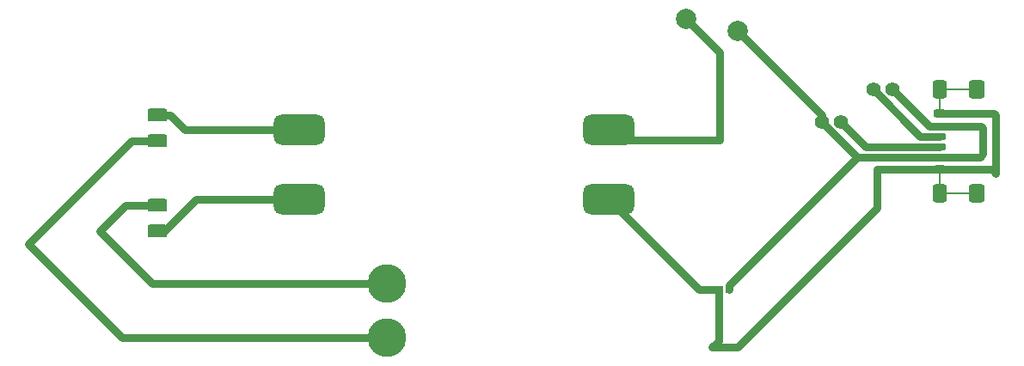
<source format=gbr>
%TF.GenerationSoftware,KiCad,Pcbnew,9.0.5*%
%TF.CreationDate,2025-10-26T09:27:43-06:00*%
%TF.ProjectId,powerBank,706f7765-7242-4616-9e6b-2e6b69636164,rev?*%
%TF.SameCoordinates,Original*%
%TF.FileFunction,Copper,L1,Top*%
%TF.FilePolarity,Positive*%
%FSLAX46Y46*%
G04 Gerber Fmt 4.6, Leading zero omitted, Abs format (unit mm)*
G04 Created by KiCad (PCBNEW 9.0.5) date 2025-10-26 09:27:43*
%MOMM*%
%LPD*%
G01*
G04 APERTURE LIST*
G04 Aperture macros list*
%AMRoundRect*
0 Rectangle with rounded corners*
0 $1 Rounding radius*
0 $2 $3 $4 $5 $6 $7 $8 $9 X,Y pos of 4 corners*
0 Add a 4 corners polygon primitive as box body*
4,1,4,$2,$3,$4,$5,$6,$7,$8,$9,$2,$3,0*
0 Add four circle primitives for the rounded corners*
1,1,$1+$1,$2,$3*
1,1,$1+$1,$4,$5*
1,1,$1+$1,$6,$7*
1,1,$1+$1,$8,$9*
0 Add four rect primitives between the rounded corners*
20,1,$1+$1,$2,$3,$4,$5,0*
20,1,$1+$1,$4,$5,$6,$7,0*
20,1,$1+$1,$6,$7,$8,$9,0*
20,1,$1+$1,$8,$9,$2,$3,0*%
G04 Aperture macros list end*
%TA.AperFunction,SMDPad,CuDef*%
%ADD10RoundRect,0.175000X0.425000X-0.175000X0.425000X0.175000X-0.425000X0.175000X-0.425000X-0.175000X0*%
%TD*%
%TA.AperFunction,SMDPad,CuDef*%
%ADD11RoundRect,0.190000X-0.410000X0.190000X-0.410000X-0.190000X0.410000X-0.190000X0.410000X0.190000X0*%
%TD*%
%TA.AperFunction,SMDPad,CuDef*%
%ADD12RoundRect,0.200000X-0.400000X0.200000X-0.400000X-0.200000X0.400000X-0.200000X0.400000X0.200000X0*%
%TD*%
%TA.AperFunction,SMDPad,CuDef*%
%ADD13RoundRect,0.175000X-0.425000X0.175000X-0.425000X-0.175000X0.425000X-0.175000X0.425000X0.175000X0*%
%TD*%
%TA.AperFunction,SMDPad,CuDef*%
%ADD14RoundRect,0.190000X0.410000X-0.190000X0.410000X0.190000X-0.410000X0.190000X-0.410000X-0.190000X0*%
%TD*%
%TA.AperFunction,SMDPad,CuDef*%
%ADD15RoundRect,0.200000X0.400000X-0.200000X0.400000X0.200000X-0.400000X0.200000X-0.400000X-0.200000X0*%
%TD*%
%TA.AperFunction,SMDPad,CuDef*%
%ADD16RoundRect,0.250000X0.425000X-0.650000X0.425000X0.650000X-0.425000X0.650000X-0.425000X-0.650000X0*%
%TD*%
%TA.AperFunction,SMDPad,CuDef*%
%ADD17RoundRect,0.250000X0.500000X-0.650000X0.500000X0.650000X-0.500000X0.650000X-0.500000X-0.650000X0*%
%TD*%
%TA.AperFunction,ComponentPad*%
%ADD18RoundRect,0.190500X0.762000X0.444500X-0.762000X0.444500X-0.762000X-0.444500X0.762000X-0.444500X0*%
%TD*%
%TA.AperFunction,ComponentPad*%
%ADD19C,1.400000*%
%TD*%
%TA.AperFunction,ComponentPad*%
%ADD20RoundRect,0.750000X-1.750000X-0.750000X1.750000X-0.750000X1.750000X0.750000X-1.750000X0.750000X0*%
%TD*%
%TA.AperFunction,ComponentPad*%
%ADD21C,3.800000*%
%TD*%
%TA.AperFunction,SMDPad,CuDef*%
%ADD22RoundRect,0.075000X-0.390000X-0.275000X0.390000X-0.275000X0.390000X0.275000X-0.390000X0.275000X0*%
%TD*%
%TA.AperFunction,SMDPad,CuDef*%
%ADD23RoundRect,0.075000X-0.075000X-0.275000X0.075000X-0.275000X0.075000X0.275000X-0.075000X0.275000X0*%
%TD*%
%TA.AperFunction,ComponentPad*%
%ADD24C,2.010000*%
%TD*%
%TA.AperFunction,Conductor*%
%ADD25C,0.800000*%
%TD*%
%TA.AperFunction,Conductor*%
%ADD26C,0.200000*%
%TD*%
G04 APERTURE END LIST*
D10*
%TO.P,J2,A5,CC1*%
%TO.N,Net-(J2-CC1)*%
X189405000Y-66585000D03*
D11*
%TO.P,J2,A9,VBUS*%
%TO.N,Net-(D1-A)*%
X189405000Y-64565000D03*
D12*
%TO.P,J2,A12,GND*%
%TO.N,Net-(D1-K)*%
X189405000Y-63335000D03*
D13*
%TO.P,J2,B5,CC2*%
%TO.N,Net-(J2-CC2)*%
X189405000Y-65585000D03*
D14*
%TO.P,J2,B9,VBUS*%
%TO.N,Net-(D1-A)*%
X189405000Y-67605000D03*
D15*
%TO.P,J2,B12,GND*%
%TO.N,Net-(D1-K)*%
X189405000Y-68835000D03*
D16*
%TO.P,J2,S1,SHIELD*%
X189460000Y-71210000D03*
D17*
X193040000Y-71210000D03*
D16*
X189460000Y-60960000D03*
D17*
X193040000Y-60960000D03*
%TD*%
D18*
%TO.P,U1,1,out+*%
%TO.N,Net-(U1-out+)*%
X112395000Y-74930000D03*
%TO.P,U1,2,b+*%
%TO.N,Net-(U1-b+)*%
X112395000Y-72390000D03*
%TO.P,U1,3,b-*%
%TO.N,Net-(U1-b-)*%
X112395000Y-66040000D03*
%TO.P,U1,4,out-*%
%TO.N,Net-(U1-out-)*%
X112395000Y-63500000D03*
%TD*%
D19*
%TO.P,R1,1*%
%TO.N,Net-(D1-A)*%
X177800000Y-64135000D03*
%TO.P,R1,2*%
%TO.N,Net-(J2-CC1)*%
X179700000Y-64135000D03*
%TD*%
D20*
%TO.P,U2,1,vout+*%
%TO.N,Net-(U1-out+)*%
X126345000Y-71755000D03*
%TO.P,U2,2,vout-*%
%TO.N,Net-(U1-out-)*%
X126345000Y-64955000D03*
%TO.P,U2,3,vin+*%
%TO.N,Net-(U2-vin+)*%
X156845000Y-64955000D03*
%TO.P,U2,4,vin-*%
%TO.N,Net-(D1-K)*%
X156845000Y-71755000D03*
%TD*%
D21*
%TO.P,H1,1,1*%
%TO.N,Net-(U1-b+)*%
X134980000Y-80090000D03*
%TD*%
D19*
%TO.P,R2,1*%
%TO.N,Net-(J2-CC2)*%
X182880000Y-60960000D03*
%TO.P,R2,2*%
%TO.N,Net-(D1-A)*%
X184780000Y-60960000D03*
%TD*%
D21*
%TO.P,H2,1,1*%
%TO.N,Net-(U1-b-)*%
X134980000Y-85440000D03*
%TD*%
D22*
%TO.P,D1,1,K*%
%TO.N,Net-(D1-K)*%
X167640000Y-80645000D03*
D23*
%TO.P,D1,2,A*%
%TO.N,Net-(D1-A)*%
X168525000Y-80645000D03*
%TD*%
D24*
%TO.P,F1,1*%
%TO.N,Net-(U2-vin+)*%
X164455000Y-54010000D03*
%TO.P,F1,2*%
%TO.N,Net-(D1-A)*%
X169555000Y-55210000D03*
%TD*%
D25*
%TO.N,Net-(D1-K)*%
X194945000Y-69215000D02*
X194565000Y-68835000D01*
X194945000Y-63500000D02*
X194945000Y-69215000D01*
X194780000Y-63335000D02*
X194945000Y-63500000D01*
X194565000Y-68835000D02*
X189405000Y-68835000D01*
X189405000Y-63335000D02*
X194780000Y-63335000D01*
%TO.N,Net-(D1-A)*%
X193470000Y-64565000D02*
X189405000Y-64565000D01*
X193675000Y-67310000D02*
X193675000Y-64770000D01*
X193675000Y-64770000D02*
X193470000Y-64565000D01*
X193380000Y-67605000D02*
X193675000Y-67310000D01*
X189405000Y-67605000D02*
X193380000Y-67605000D01*
X168706000Y-80214000D02*
X168706000Y-80645000D01*
X181270000Y-67650000D02*
X168706000Y-80214000D01*
X181270000Y-67605000D02*
X181270000Y-67650000D01*
X189405000Y-67605000D02*
X181270000Y-67605000D01*
X181270000Y-67605000D02*
X177800000Y-64135000D01*
%TO.N,Net-(D1-K)*%
X165735000Y-80645000D02*
X156845000Y-71755000D01*
X167640000Y-80645000D02*
X165735000Y-80645000D01*
X167005000Y-86360000D02*
X167640000Y-85725000D01*
X167640000Y-85725000D02*
X167640000Y-80645000D01*
X169545000Y-86360000D02*
X167005000Y-86360000D01*
X183260000Y-72645000D02*
X169545000Y-86360000D01*
D26*
X189460000Y-60960000D02*
X193040000Y-60960000D01*
X189405000Y-61015000D02*
X189460000Y-60960000D01*
X189405000Y-63335000D02*
X189405000Y-61015000D01*
X189405000Y-70835000D02*
X189405000Y-68835000D01*
X189460000Y-70890000D02*
X189405000Y-70835000D01*
X189460000Y-71210000D02*
X189460000Y-70890000D01*
X189460000Y-71210000D02*
X193040000Y-71210000D01*
D25*
X183260000Y-68835000D02*
X183260000Y-72645000D01*
%TO.N,Net-(U1-out-)*%
X115120000Y-64955000D02*
X113665000Y-63500000D01*
X113665000Y-63500000D02*
X112395000Y-63500000D01*
X115120000Y-64955000D02*
X126345000Y-64955000D01*
%TO.N,Net-(U1-out+)*%
X113030000Y-74930000D02*
X116205000Y-71755000D01*
D26*
X112395000Y-74930000D02*
X113030000Y-74930000D01*
D25*
X116205000Y-71755000D02*
X126345000Y-71755000D01*
%TO.N,Net-(U1-b+)*%
X106680000Y-74930000D02*
X111840000Y-80090000D01*
X112395000Y-72390000D02*
X109220000Y-72390000D01*
X109220000Y-72390000D02*
X106680000Y-74930000D01*
X111840000Y-80090000D02*
X134980000Y-80090000D01*
%TO.N,Net-(U1-b-)*%
X134980000Y-85440000D02*
X108935000Y-85440000D01*
X99695000Y-76200000D02*
X109855000Y-66040000D01*
X108935000Y-85440000D02*
X99695000Y-76200000D01*
X109855000Y-66040000D02*
X112395000Y-66040000D01*
%TO.N,Net-(D1-A)*%
X188385000Y-64565000D02*
X189405000Y-64565000D01*
X169555000Y-55210000D02*
X177800000Y-63455000D01*
D26*
X177800000Y-63455000D02*
X177800000Y-64135000D01*
D25*
X184780000Y-60960000D02*
X188385000Y-64565000D01*
%TO.N,Net-(D1-K)*%
X189405000Y-68835000D02*
X183260000Y-68835000D01*
%TO.N,Net-(J2-CC1)*%
X179700000Y-64135000D02*
X182150000Y-66585000D01*
X182150000Y-66585000D02*
X189405000Y-66585000D01*
%TO.N,Net-(J2-CC2)*%
X187505000Y-65585000D02*
X189405000Y-65585000D01*
X182880000Y-60960000D02*
X187505000Y-65585000D01*
%TO.N,Net-(U2-vin+)*%
X157795000Y-65905000D02*
X167742500Y-65905000D01*
X167742500Y-57297500D02*
X164455000Y-54010000D01*
D26*
X156845000Y-64955000D02*
X157795000Y-65905000D01*
D25*
X167742500Y-65905000D02*
X167742500Y-57297500D01*
%TD*%
M02*

</source>
